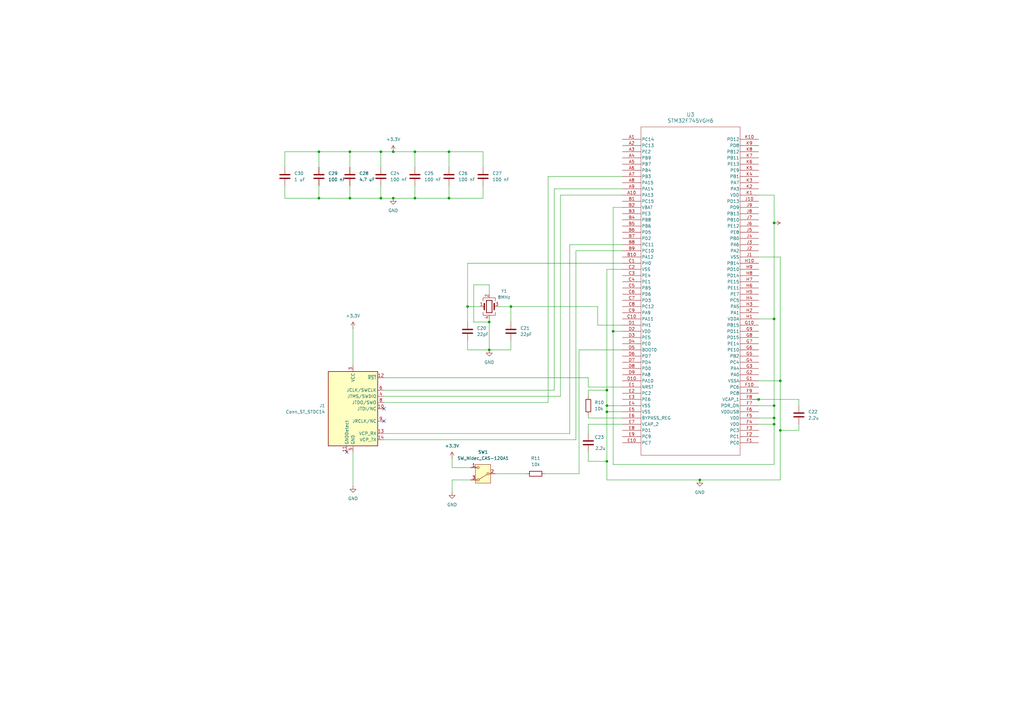
<source format=kicad_sch>
(kicad_sch (version 20250114) (generator "eeschema") (generator_version "9.0")
  (paper "A3")
  (title_block (title "MCU") (date "2025-09-12") (rev "0"))
  (lib_symbols
    (symbol "Connector:Conn_ST_STDC14"
      (property "Reference" "J" (at -8.89 16.51 0))
      (property "Value" "Conn_ST_STDC14" (at 17.78 16.51 0))
      (symbol "Conn_ST_STDC14_0_1"
        (rectangle (start -10.16 15.24) (end 10.16 -15.24) (stroke (width 0.254)) (fill (type background)))
      )
      (symbol "Conn_ST_STDC14_1_1"
        (pin no_connect line (at -10.16 5.08 0) (length 2.54) (hide yes) (name "NC") (number "1"))
        (pin no_connect line (at -10.16 2.54 0) (length 2.54) (hide yes) (name "NC") (number "2"))
        (pin passive line (at -2.54 -17.78 90) (length 2.54) (name "GNDDetect") (number "11"))
        (pin power_in line (at 0 17.78 270) (length 2.54) (name "VCC") (number "3"))
        (pin power_in line (at 0 -17.78 90) (length 2.54) (name "GND") (number "5"))
        (pin passive line (at 0 -17.78 90) (length 2.54) (hide yes) (name "GND") (number "7"))
        (pin open_collector line (at 12.7 12.7 180) (length 2.54) (name "~{RST}") (number "12"))
        (pin output line (at 12.7 7.62 180) (length 2.54) (name "JCLK/SWCLK") (number "6"))
        (pin bidirectional line (at 12.7 5.08 180) (length 2.54) (name "JTMS/SWDIO") (number "4"))
        (pin input line (at 12.7 2.54 180) (length 2.54) (name "JTDO/SWO") (number "8"))
        (pin output line (at 12.7 0 180) (length 2.54) (name "JTDI/NC") (number "10"))
        (pin input line (at 12.7 -5.08 180) (length 2.54) (name "JRCLK/NC") (number "9"))
        (pin output line (at 12.7 -10.16 180) (length 2.54) (name "VCP_RX") (number "13"))
        (pin input line (at 12.7 -12.7 180) (length 2.54) (name "VCP_TX") (number "14"))
      )
    )
    (symbol "Device:C" (pin_numbers (hide yes)) (pin_names (offset 0.254))
      (property "Reference" "C" (at 0.635 2.54 0))
      (property "Value" "C" (at 0.635 -2.54 0))
      (symbol "C_0_1"
        (polyline (pts (xy -2.032 0.762) (xy 2.032 0.762)) (stroke (width 0.508)))
        (polyline (pts (xy -2.032 -0.762) (xy 2.032 -0.762)) (stroke (width 0.508)))
      )
      (symbol "C_1_1"
        (pin passive line (at 0 3.81 270) (length 2.794) (name "~") (number "1"))
        (pin passive line (at 0 -3.81 90) (length 2.794) (name "~") (number "2"))
      )
    )
    (symbol "Device:Crystal_GND24" (pin_names (offset 1.016) (hide yes))
      (property "Reference" "Y" (at 3.175 5.08 0))
      (property "Value" "Crystal_GND24" (at 3.175 3.175 0))
      (symbol "Crystal_GND24_0_1"
        (polyline (pts (xy -2.54 2.286) (xy -2.54 3.556) (xy 2.54 3.556) (xy 2.54 2.286)))
        (polyline (pts (xy -2.54 0) (xy -2.032 0)))
        (polyline (pts (xy -2.54 -2.286) (xy -2.54 -3.556) (xy 2.54 -3.556) (xy 2.54 -2.286)))
        (polyline (pts (xy -2.032 -1.27) (xy -2.032 1.27)) (stroke (width 0.508)))
        (rectangle (start -1.143 2.54) (end 1.143 -2.54) (stroke (width 0.3048)))
        (polyline (pts (xy 0 3.556) (xy 0 3.81)))
        (polyline (pts (xy 0 -3.81) (xy 0 -3.556)))
        (polyline (pts (xy 2.032 0) (xy 2.54 0)))
        (polyline (pts (xy 2.032 -1.27) (xy 2.032 1.27)) (stroke (width 0.508)))
      )
      (symbol "Crystal_GND24_1_1"
        (pin passive line (at -3.81 0 0) (length 1.27) (name "1") (number "1"))
        (pin passive line (at 0 5.08 270) (length 1.27) (name "2") (number "2"))
        (pin passive line (at 0 -5.08 90) (length 1.27) (name "4") (number "4"))
        (pin passive line (at 3.81 0 180) (length 1.27) (name "3") (number "3"))
      )
    )
    (symbol "Device:R" (pin_numbers (hide yes)) (pin_names (offset 0))
      (property "Reference" "R" (at 2.032 0 90))
      (property "Value" "R" (at 0 0 90))
      (symbol "R_0_1"
        (rectangle (start -1.016 -2.54) (end 1.016 2.54) (stroke (width 0.254)))
      )
      (symbol "R_1_1"
        (pin passive line (at 0 3.81 270) (length 1.27) (name "~") (number "1"))
        (pin passive line (at 0 -3.81 90) (length 1.27) (name "~") (number "2"))
      )
    )
    (symbol "STM32F745VGH6:STM32F745VGH6" (pin_names (offset 0.254))
      (property "Reference" "U" (at 27.94 10.16 0))
      (property "Value" "STM32F745VGH6" (at 27.94 7.62 0))
      (symbol "STM32F745VGH6_0_1"
        (polyline (pts (xy 7.62 5.08) (xy 7.62 -129.54)) (stroke (width 0.127)))
        (polyline (pts (xy 7.62 -129.54) (xy 48.26 -129.54)) (stroke (width 0.127)))
        (polyline (pts (xy 48.26 5.08) (xy 7.62 5.08)) (stroke (width 0.127)))
        (polyline (pts (xy 48.26 -129.54) (xy 48.26 5.08)) (stroke (width 0.127)))
        (pin bidirectional line (at 0 0 0) (length 7.62) (name "PC14") (number "A1"))
        (pin bidirectional line (at 0 -2.54 0) (length 7.62) (name "PC13") (number "A2"))
        (pin bidirectional line (at 0 -5.08 0) (length 7.62) (name "PE2") (number "A3"))
        (pin bidirectional line (at 0 -7.62 0) (length 7.62) (name "PB9") (number "A4"))
        (pin bidirectional line (at 0 -10.16 0) (length 7.62) (name "PB7") (number "A5"))
        (pin bidirectional line (at 0 -12.7 0) (length 7.62) (name "PB4") (number "A6"))
        (pin bidirectional line (at 0 -15.24 0) (length 7.62) (name "PB3") (number "A7"))
        (pin bidirectional line (at 0 -17.78 0) (length 7.62) (name "PA15") (number "A8"))
        (pin bidirectional line (at 0 -20.32 0) (length 7.62) (name "PA14") (number "A9"))
        (pin bidirectional line (at 0 -22.86 0) (length 7.62) (name "PA13") (number "A10"))
        (pin bidirectional line (at 0 -25.4 0) (length 7.62) (name "PC15") (number "B1"))
        (pin unspecified line (at 0 -27.94 0) (length 7.62) (name "VBAT") (number "B2"))
        (pin bidirectional line (at 0 -30.48 0) (length 7.62) (name "PE3") (number "B3"))
        (pin bidirectional line (at 0 -33.02 0) (length 7.62) (name "PB8") (number "B4"))
        (pin bidirectional line (at 0 -35.56 0) (length 7.62) (name "PB6") (number "B5"))
        (pin bidirectional line (at 0 -38.1 0) (length 7.62) (name "PD5") (number "B6"))
        (pin bidirectional line (at 0 -40.64 0) (length 7.62) (name "PD2") (number "B7"))
        (pin bidirectional line (at 0 -43.18 0) (length 7.62) (name "PC11") (number "B8"))
        (pin bidirectional line (at 0 -45.72 0) (length 7.62) (name "PC10") (number "B9"))
        (pin bidirectional line (at 0 -48.26 0) (length 7.62) (name "PA12") (number "B10"))
        (pin bidirectional line (at 0 -50.8 0) (length 7.62) (name "PH0") (number "C1"))
        (pin power_out line (at 0 -53.34 0) (length 7.62) (name "VSS") (number "C2"))
        (pin bidirectional line (at 0 -55.88 0) (length 7.62) (name "PE4") (number "C3"))
        (pin bidirectional line (at 0 -58.42 0) (length 7.62) (name "PE1") (number "C4"))
        (pin bidirectional line (at 0 -60.96 0) (length 7.62) (name "PB5") (number "C5"))
        (pin bidirectional line (at 0 -63.5 0) (length 7.62) (name "PD6") (number "C6"))
        (pin bidirectional line (at 0 -66.04 0) (length 7.62) (name "PD3") (number "C7"))
        (pin bidirectional line (at 0 -68.58 0) (length 7.62) (name "PC12") (number "C8"))
        (pin bidirectional line (at 0 -71.12 0) (length 7.62) (name "PA9") (number "C9"))
        (pin bidirectional line (at 0 -73.66 0) (length 7.62) (name "PA11") (number "C10"))
        (pin bidirectional line (at 0 -76.2 0) (length 7.62) (name "PH1") (number "D1"))
        (pin power_in line (at 0 -78.74 0) (length 7.62) (name "VDD") (number "D2"))
        (pin bidirectional line (at 0 -81.28 0) (length 7.62) (name "PE5") (number "D3"))
        (pin bidirectional line (at 0 -83.82 0) (length 7.62) (name "PE0") (number "D4"))
        (pin unspecified line (at 0 -86.36 0) (length 7.62) (name "BOOT0") (number "D5"))
        (pin bidirectional line (at 0 -88.9 0) (length 7.62) (name "PD7") (number "D6"))
        (pin bidirectional line (at 0 -91.44 0) (length 7.62) (name "PD4") (number "D7"))
        (pin bidirectional line (at 0 -93.98 0) (length 7.62) (name "PD0") (number "D8"))
        (pin bidirectional line (at 0 -96.52 0) (length 7.62) (name "PA8") (number "D9"))
        (pin bidirectional line (at 0 -99.06 0) (length 7.62) (name "PA10") (number "D10"))
        (pin unspecified line (at 0 -101.6 0) (length 7.62) (name "NRST") (number "E1"))
        (pin bidirectional line (at 0 -104.14 0) (length 7.62) (name "PC2") (number "E2"))
        (pin bidirectional line (at 0 -106.68 0) (length 7.62) (name "PE6") (number "E3"))
        (pin power_out line (at 0 -109.22 0) (length 7.62) (name "VSS") (number "E4"))
        (pin power_out line (at 0 -111.76 0) (length 7.62) (name "VSS") (number "E5"))
        (pin unspecified line (at 0 -114.3 0) (length 7.62) (name "BYPASS_REG") (number "E6"))
        (pin bidirectional line (at 0 -116.84 0) (length 7.62) (name "VCAP_2") (number "E7"))
        (pin bidirectional line (at 0 -119.38 0) (length 7.62) (name "PD1") (number "E8"))
        (pin bidirectional line (at 0 -121.92 0) (length 7.62) (name "PC9") (number "E9"))
        (pin bidirectional line (at 0 -124.46 0) (length 7.62) (name "PC7") (number "E10"))
        (pin bidirectional line (at 55.88 0 180) (length 7.62) (name "PD12") (number "K10"))
        (pin bidirectional line (at 55.88 -2.54 180) (length 7.62) (name "PD8") (number "K9"))
        (pin bidirectional line (at 55.88 -5.08 180) (length 7.62) (name "PB12") (number "K8"))
        (pin bidirectional line (at 55.88 -7.62 180) (length 7.62) (name "PB11") (number "K7"))
        (pin bidirectional line (at 55.88 -10.16 180) (length 7.62) (name "PE13") (number "K6"))
        (pin bidirectional line (at 55.88 -12.7 180) (length 7.62) (name "PE9") (number "K5"))
        (pin bidirectional line (at 55.88 -15.24 180) (length 7.62) (name "PB1") (number "K4"))
        (pin bidirectional line (at 55.88 -17.78 180) (length 7.62) (name "PA7") (number "K3"))
        (pin bidirectional line (at 55.88 -20.32 180) (length 7.62) (name "PA3") (number "K2"))
        (pin power_in line (at 55.88 -22.86 180) (length 7.62) (name "VDD") (number "K1"))
        (pin bidirectional line (at 55.88 -25.4 180) (length 7.62) (name "PD13") (number "J10"))
        (pin bidirectional line (at 55.88 -27.94 180) (length 7.62) (name "PD9") (number "J9"))
        (pin bidirectional line (at 55.88 -30.48 180) (length 7.62) (name "PB13") (number "J8"))
        (pin bidirectional line (at 55.88 -33.02 180) (length 7.62) (name "PB10") (number "J7"))
        (pin bidirectional line (at 55.88 -35.56 180) (length 7.62) (name "PE12") (number "J6"))
        (pin bidirectional line (at 55.88 -38.1 180) (length 7.62) (name "PE8") (number "J5"))
        (pin bidirectional line (at 55.88 -40.64 180) (length 7.62) (name "PB0") (number "J4"))
        (pin bidirectional line (at 55.88 -43.18 180) (length 7.62) (name "PA6") (number "J3"))
        (pin bidirectional line (at 55.88 -45.72 180) (length 7.62) (name "PA2") (number "J2"))
        (pin power_out line (at 55.88 -48.26 180) (length 7.62) (name "VSS") (number "J1"))
        (pin bidirectional line (at 55.88 -50.8 180) (length 7.62) (name "PB14") (number "H10"))
        (pin bidirectional line (at 55.88 -53.34 180) (length 7.62) (name "PD10") (number "H9"))
        (pin bidirectional line (at 55.88 -55.88 180) (length 7.62) (name "PD14") (number "H8"))
        (pin bidirectional line (at 55.88 -58.42 180) (length 7.62) (name "PE15") (number "H7"))
        (pin bidirectional line (at 55.88 -60.96 180) (length 7.62) (name "PE11") (number "H6"))
        (pin bidirectional line (at 55.88 -63.5 180) (length 7.62) (name "PE7") (number "H5"))
        (pin bidirectional line (at 55.88 -66.04 180) (length 7.62) (name "PC5") (number "H4"))
        (pin bidirectional line (at 55.88 -68.58 180) (length 7.62) (name "PA5") (number "H3"))
        (pin bidirectional line (at 55.88 -71.12 180) (length 7.62) (name "PA1") (number "H2"))
        (pin power_in line (at 55.88 -73.66 180) (length 7.62) (name "VDDA") (number "H1"))
        (pin bidirectional line (at 55.88 -76.2 180) (length 7.62) (name "PB15") (number "G10"))
        (pin bidirectional line (at 55.88 -78.74 180) (length 7.62) (name "PD11") (number "G9"))
        (pin bidirectional line (at 55.88 -81.28 180) (length 7.62) (name "PD15") (number "G8"))
        (pin bidirectional line (at 55.88 -83.82 180) (length 7.62) (name "PE14") (number "G7"))
        (pin bidirectional line (at 55.88 -86.36 180) (length 7.62) (name "PE10") (number "G6"))
        (pin bidirectional line (at 55.88 -88.9 180) (length 7.62) (name "PB2") (number "G5"))
        (pin bidirectional line (at 55.88 -91.44 180) (length 7.62) (name "PC4") (number "G4"))
        (pin bidirectional line (at 55.88 -93.98 180) (length 7.62) (name "PA4") (number "G3"))
        (pin bidirectional line (at 55.88 -96.52 180) (length 7.62) (name "PA0") (number "G2"))
        (pin power_out line (at 55.88 -99.06 180) (length 7.62) (name "VSSA") (number "G1"))
        (pin bidirectional line (at 55.88 -101.6 180) (length 7.62) (name "PC6") (number "F10"))
        (pin bidirectional line (at 55.88 -104.14 180) (length 7.62) (name "PC8") (number "F9"))
        (pin bidirectional line (at 55.88 -106.68 180) (length 7.62) (name "VCAP_1") (number "F8"))
        (pin unspecified line (at 55.88 -109.22 180) (length 7.62) (name "PDR_ON") (number "F7"))
        (pin power_in line (at 55.88 -111.76 180) (length 7.62) (name "VDDUSB") (number "F6"))
        (pin power_in line (at 55.88 -114.3 180) (length 7.62) (name "VDD") (number "F5"))
        (pin power_in line (at 55.88 -116.84 180) (length 7.62) (name "VDD") (number "F4"))
        (pin bidirectional line (at 55.88 -119.38 180) (length 7.62) (name "PC3") (number "F3"))
        (pin bidirectional line (at 55.88 -121.92 180) (length 7.62) (name "PC1") (number "F2"))
        (pin bidirectional line (at 55.88 -124.46 180) (length 7.62) (name "PC0") (number "F1"))
      )
    )
    (symbol "Switch:SW_Nidec_CAS-120A1" (pin_names (offset 1) (hide yes))
      (property "Reference" "SW" (at 0 4.318 0))
      (property "Value" "SW_Nidec_CAS-120A1" (at 0 -5.08 0))
      (symbol "SW_Nidec_CAS-120A1_0_1"
        (circle (center -2.032 0) (radius 0.4572))
        (polyline (pts (xy -1.651 0.254) (xy 1.651 2.286)))
        (circle (center 2.032 2.54) (radius 0.4572))
        (circle (center 2.032 -2.54) (radius 0.4572))
      )
      (symbol "SW_Nidec_CAS-120A1_1_1"
        (rectangle (start -3.175 3.81) (end 3.175 -3.81) (fill (type background)))
        (pin passive line (at -5.08 0 0) (length 2.54) (name "B") (number "2"))
        (pin passive line (at 5.08 2.54 180) (length 2.54) (name "A") (number "3"))
        (pin passive line (at 5.08 -2.54 180) (length 2.54) (name "C") (number "1"))
      )
    )
    (symbol "power:+3.3V" (power) (pin_numbers (hide yes)) (pin_names (offset 0) (hide yes))
      (property "Value" "+3.3V" (at 0 3.556 0))
      (symbol "+3.3V_0_1"
        (polyline (pts (xy -0.762 1.27) (xy 0 2.54)))
        (polyline (pts (xy 0 2.54) (xy 0.762 1.27)))
        (polyline (pts (xy 0 0) (xy 0 2.54)))
      )
      (symbol "+3.3V_1_1"
        (pin power_in line (at 0 0 90) (length 0) (name "~") (number "1"))
      )
    )
    (symbol "power:GND" (power) (pin_numbers (hide yes)) (pin_names (offset 0) (hide yes))
      (property "Value" "GND" (at 0 -3.81 0))
      (symbol "GND_0_1"
        (polyline (pts (xy 0 0) (xy 0 -1.27) (xy 1.27 -1.27) (xy 0 -2.54) (xy -1.27 -1.27) (xy 0 -1.27)))
      )
      (symbol "GND_1_1"
        (pin power_in line (at 0 0 270) (length 0) (name "~") (number "1"))
      )
    )
    (symbol "power:VDD" (power) (pin_numbers (hide yes)) (pin_names (offset 0) (hide yes))
      (property "Value" "VDD" (at 0 3.556 0))
      (symbol "VDD_0_1"
        (polyline (pts (xy -0.762 1.27) (xy 0 2.54)))
        (polyline (pts (xy 0 2.54) (xy 0.762 1.27)))
        (polyline (pts (xy 0 0) (xy 0 2.54)))
      )
      (symbol "VDD_1_1"
        (pin power_in line (at 0 0 90) (length 0) (name "~") (number "1"))
      )
    )
  )
  (junction (at 320.04 156.21))
  (junction (at 161.29 81.28))
  (junction (at 200.66 143.51))
  (junction (at 130.81 81.28))
  (junction (at 184.15 62.23))
  (junction (at 130.81 62.23))
  (junction (at 311.15 163.83))
  (junction (at 156.21 81.28))
  (junction (at 317.5 130.81))
  (junction (at 170.18 81.28))
  (junction (at 248.92 160.02))
  (junction (at 184.15 81.28))
  (junction (at 161.29 62.23))
  (junction (at 320.04 176.53))
  (junction (at 248.92 189.23))
  (junction (at 200.66 132.08))
  (junction (at 317.5 171.45))
  (junction (at 248.92 166.37))
  (junction (at 317.5 166.37))
  (junction (at 287.02 196.85))
  (junction (at 170.18 62.23))
  (junction (at 143.51 81.28))
  (junction (at 156.21 62.23))
  (junction (at 251.46 135.89))
  (junction (at 317.5 173.99))
  (junction (at 143.51 62.23))
  (junction (at 248.92 168.91))
  (junction (at 317.5 91.44))
  (junction (at 209.55 125.73))
  (junction (at 191.77 125.73))
  (no_connect (at 157.48 172.72))
  (no_connect (at 157.48 167.64))
  (no_connect (at 142.24 185.42))
  (wire (pts (xy 198.12 62.23) (xy 198.12 68.58)))
  (wire (pts (xy 193.04 191.77) (xy 185.42 191.77)))
  (wire (pts (xy 143.51 81.28) (xy 130.81 81.28)))
  (wire (pts (xy 191.77 107.95) (xy 255.27 107.95)))
  (wire (pts (xy 209.55 125.73) (xy 245.11 125.73)))
  (wire (pts (xy 170.18 62.23) (xy 184.15 62.23)))
  (wire (pts (xy 200.66 143.51) (xy 209.55 143.51)))
  (wire (pts (xy 237.49 143.51) (xy 255.27 143.51)))
  (wire (pts (xy 191.77 139.7) (xy 191.77 143.51)))
  (wire (pts (xy 237.49 194.31) (xy 237.49 143.51)))
  (wire (pts (xy 194.31 116.84) (xy 194.31 132.08)))
  (wire (pts (xy 227.33 160.02) (xy 227.33 77.47)))
  (wire (pts (xy 156.21 81.28) (xy 143.51 81.28)))
  (wire (pts (xy 320.04 156.21) (xy 320.04 176.53)))
  (wire (pts (xy 143.51 62.23) (xy 156.21 62.23)))
  (wire (pts (xy 248.92 110.49) (xy 248.92 160.02)))
  (wire (pts (xy 157.48 154.94) (xy 241.3 154.94)))
  (wire (pts (xy 236.22 102.87) (xy 255.27 102.87)))
  (wire (pts (xy 130.81 81.28) (xy 116.84 81.28)))
  (wire (pts (xy 248.92 196.85) (xy 248.92 189.23)))
  (wire (pts (xy 241.3 158.75) (xy 255.27 158.75)))
  (wire (pts (xy 200.66 120.65) (xy 200.66 116.84)))
  (wire (pts (xy 311.15 80.01) (xy 317.5 80.01)))
  (wire (pts (xy 248.92 166.37) (xy 255.27 166.37)))
  (wire (pts (xy 209.55 139.7) (xy 209.55 143.51)))
  (wire (pts (xy 327.66 173.99) (xy 327.66 176.53)))
  (wire (pts (xy 130.81 62.23) (xy 143.51 62.23)))
  (wire (pts (xy 255.27 173.99) (xy 241.3 173.99)))
  (wire (pts (xy 170.18 81.28) (xy 161.29 81.28)))
  (wire (pts (xy 233.68 177.8) (xy 233.68 100.33)))
  (wire (pts (xy 184.15 76.2) (xy 184.15 81.28)))
  (wire (pts (xy 143.51 76.2) (xy 143.51 81.28)))
  (wire (pts (xy 320.04 105.41) (xy 320.04 156.21)))
  (wire (pts (xy 184.15 62.23) (xy 184.15 68.58)))
  (wire (pts (xy 200.66 116.84) (xy 194.31 116.84)))
  (wire (pts (xy 317.5 173.99) (xy 317.5 171.45)))
  (wire (pts (xy 241.3 189.23) (xy 248.92 189.23)))
  (wire (pts (xy 311.15 173.99) (xy 317.5 173.99)))
  (wire (pts (xy 229.87 162.56) (xy 229.87 80.01)))
  (wire (pts (xy 157.48 162.56) (xy 229.87 162.56)))
  (wire (pts (xy 311.15 163.83) (xy 327.66 163.83)))
  (wire (pts (xy 144.78 185.42) (xy 144.78 199.39)))
  (wire (pts (xy 130.81 62.23) (xy 130.81 68.58)))
  (wire (pts (xy 320.04 176.53) (xy 327.66 176.53)))
  (wire (pts (xy 241.3 162.56) (xy 241.3 160.02)))
  (wire (pts (xy 317.5 91.44) (xy 317.5 80.01)))
  (wire (pts (xy 130.81 76.2) (xy 130.81 81.28)))
  (wire (pts (xy 198.12 81.28) (xy 184.15 81.28)))
  (wire (pts (xy 185.42 196.85) (xy 185.42 201.93)))
  (wire (pts (xy 241.3 185.42) (xy 241.3 189.23)))
  (wire (pts (xy 245.11 133.35) (xy 255.27 133.35)))
  (wire (pts (xy 241.3 154.94) (xy 241.3 158.75)))
  (wire (pts (xy 245.11 125.73) (xy 245.11 133.35)))
  (wire (pts (xy 320.04 176.53) (xy 320.04 196.85)))
  (wire (pts (xy 203.2 194.31) (xy 215.9 194.31)))
  (wire (pts (xy 251.46 85.09) (xy 255.27 85.09)))
  (wire (pts (xy 224.79 72.39) (xy 255.27 72.39)))
  (wire (pts (xy 317.5 190.5) (xy 317.5 173.99)))
  (wire (pts (xy 144.78 134.62) (xy 144.78 149.86)))
  (wire (pts (xy 157.48 180.34) (xy 236.22 180.34)))
  (wire (pts (xy 327.66 163.83) (xy 327.66 166.37)))
  (wire (pts (xy 200.66 132.08) (xy 200.66 143.51)))
  (wire (pts (xy 248.92 168.91) (xy 248.92 189.23)))
  (wire (pts (xy 161.29 62.23) (xy 170.18 62.23)))
  (wire (pts (xy 156.21 76.2) (xy 156.21 81.28)))
  (wire (pts (xy 287.02 196.85) (xy 248.92 196.85)))
  (wire (pts (xy 204.47 125.73) (xy 209.55 125.73)))
  (wire (pts (xy 311.15 156.21) (xy 320.04 156.21)))
  (wire (pts (xy 241.3 171.45) (xy 255.27 171.45)))
  (wire (pts (xy 156.21 62.23) (xy 156.21 68.58)))
  (wire (pts (xy 251.46 190.5) (xy 317.5 190.5)))
  (wire (pts (xy 116.84 68.58) (xy 116.84 62.23)))
  (wire (pts (xy 311.15 105.41) (xy 320.04 105.41)))
  (wire (pts (xy 311.15 166.37) (xy 317.5 166.37)))
  (wire (pts (xy 233.68 100.33) (xy 255.27 100.33)))
  (wire (pts (xy 191.77 125.73) (xy 191.77 132.08)))
  (wire (pts (xy 116.84 81.28) (xy 116.84 76.2)))
  (wire (pts (xy 184.15 81.28) (xy 170.18 81.28)))
  (wire (pts (xy 194.31 132.08) (xy 200.66 132.08)))
  (wire (pts (xy 227.33 77.47) (xy 255.27 77.47)))
  (wire (pts (xy 161.29 81.28) (xy 156.21 81.28)))
  (wire (pts (xy 251.46 135.89) (xy 251.46 190.5)))
  (wire (pts (xy 157.48 177.8) (xy 233.68 177.8)))
  (wire (pts (xy 229.87 80.01) (xy 255.27 80.01)))
  (wire (pts (xy 209.55 125.73) (xy 209.55 132.08)))
  (wire (pts (xy 191.77 143.51) (xy 200.66 143.51)))
  (wire (pts (xy 248.92 166.37) (xy 248.92 168.91)))
  (wire (pts (xy 241.3 171.45) (xy 241.3 170.18)))
  (wire (pts (xy 255.27 110.49) (xy 248.92 110.49)))
  (wire (pts (xy 241.3 160.02) (xy 248.92 160.02)))
  (wire (pts (xy 224.79 165.1) (xy 224.79 72.39)))
  (wire (pts (xy 311.15 130.81) (xy 317.5 130.81)))
  (wire (pts (xy 251.46 135.89) (xy 255.27 135.89)))
  (wire (pts (xy 156.21 62.23) (xy 161.29 62.23)))
  (wire (pts (xy 143.51 62.23) (xy 143.51 68.58)))
  (wire (pts (xy 223.52 194.31) (xy 237.49 194.31)))
  (wire (pts (xy 317.5 91.44) (xy 317.5 130.81)))
  (wire (pts (xy 251.46 85.09) (xy 251.46 135.89)))
  (wire (pts (xy 317.5 166.37) (xy 317.5 171.45)))
  (wire (pts (xy 311.15 171.45) (xy 317.5 171.45)))
  (wire (pts (xy 170.18 62.23) (xy 170.18 68.58)))
  (wire (pts (xy 200.66 130.81) (xy 200.66 132.08)))
  (wire (pts (xy 308.61 163.83) (xy 311.15 163.83)))
  (wire (pts (xy 236.22 180.34) (xy 236.22 102.87)))
  (wire (pts (xy 317.5 130.81) (xy 317.5 166.37)))
  (wire (pts (xy 184.15 62.23) (xy 198.12 62.23)))
  (wire (pts (xy 255.27 168.91) (xy 248.92 168.91)))
  (wire (pts (xy 320.04 196.85) (xy 287.02 196.85)))
  (wire (pts (xy 241.3 173.99) (xy 241.3 177.8)))
  (wire (pts (xy 170.18 76.2) (xy 170.18 81.28)))
  (wire (pts (xy 193.04 196.85) (xy 185.42 196.85)))
  (wire (pts (xy 248.92 160.02) (xy 248.92 166.37)))
  (wire (pts (xy 185.42 191.77) (xy 185.42 187.96)))
  (wire (pts (xy 196.85 125.73) (xy 191.77 125.73)))
  (wire (pts (xy 157.48 160.02) (xy 227.33 160.02)))
  (wire (pts (xy 198.12 76.2) (xy 198.12 81.28)))
  (wire (pts (xy 116.84 62.23) (xy 130.81 62.23)))
  (wire (pts (xy 191.77 125.73) (xy 191.77 107.95)))
  (wire (pts (xy 157.48 165.1) (xy 224.79 165.1)))
  (symbol (lib_id "Device:Crystal_GND24") (at 200.66 125.73 0) (unit 1)
    (property "Reference" "Y1" (at 206.756 119.38 0))
    (property "Value" "8MHz" (at 206.756 121.92 0))
    (property "Description" "Four pin crystal, GND on pins 2 and 4" (effects (hide yes)))
  )
  (symbol (lib_id "Device:C") (at 143.51 72.39 0) (unit 1)
    (property "Reference" "C28" (at 147.32 71.1199 0) (effects (justify left)))
    (property "Value" "4.7 uF" (at 147.32 73.6599 0) (effects (justify left)))
    (property "Description" "Unpolarized capacitor" (effects (hide yes)))
  )
  (symbol (lib_id "power:VDD") (at 317.5 91.44 270) (unit 1)
    (property "Reference" "#PWR011" (effects (hide yes)))
    (property "Value" "VDD" (effects (hide yes)))
    (property "Description" "Power symbol creates a global label with name \"VDD\"" (effects (hide yes)))
  )
  (symbol (lib_id "Device:C") (at 116.84 72.39 0) (unit 1)
    (property "Reference" "C30" (at 120.65 71.1199 0) (effects (justify left)))
    (property "Value" "1 uF" (at 120.65 73.6599 0) (effects (justify left)))
    (property "Description" "Unpolarized capacitor" (effects (hide yes)))
  )
  (symbol (lib_id "power:+3.3V") (at 144.78 134.62 0) (unit 1)
    (property "Reference" "#PWR08" (effects (hide yes)))
    (property "Value" "+3.3V" (at 144.78 129.54 0))
    (property "Description" "Power symbol creates a global label with name \"+3.3V\"" (effects (hide yes)))
  )
  (symbol (lib_id "power:GND") (at 144.78 199.39 0) (unit 1)
    (property "Reference" "#PWR09" (effects (hide yes)))
    (property "Value" "GND" (at 144.78 204.47 0))
    (property "Description" "Power symbol creates a global label with name \"GND\" , ground" (effects (hide yes)))
  )
  (symbol (lib_id "Device:C") (at 130.81 72.39 0) (unit 1)
    (property "Reference" "C29" (at 134.62 71.1199 0) (effects (justify left)))
    (property "Value" "100 nF" (at 134.62 73.6599 0) (effects (justify left)))
    (property "Description" "Unpolarized capacitor" (effects (hide yes)))
  )
  (symbol (lib_id "power:+3.3V") (at 161.29 62.23 0) (unit 1)
    (property "Reference" "#PWR014" (effects (hide yes)))
    (property "Value" "+3.3V" (at 161.29 57.15 0))
    (property "Description" "Power symbol creates a global label with name \"+3.3V\"" (effects (hide yes)))
  )
  (symbol (lib_id "Device:C") (at 241.3 181.61 0) (unit 1)
    (property "Reference" "C23" (at 243.84 179.324 0) (effects (justify left)))
    (property "Value" "2.2u" (at 244.094 183.896 0) (effects (justify left)))
    (property "Description" "Unpolarized capacitor" (effects (hide yes)))
  )
  (symbol (lib_id "STM32F745VGH6:STM32F745VGH6") (at 255.27 57.15 0) (unit 1)
    (property "Reference" "U3" (at 283.21 46.99 0) (effects (font (size 1.524 1.524))))
    (property "Value" "STM32F745VGH6" (at 283.21 49.53 0) (effects (font (size 1.524 1.524))))
    (property "Footprint" "UFBGA100-7x7mm" (effects (hide yes)))
    (property "Datasheet" "https://www.st.com/resource/en/datasheet/stm32f745ie.pdf" (effects (hide yes)))
  )
  (symbol (lib_id "power:GND") (at 287.02 196.85 0) (unit 1)
    (property "Reference" "#PWR012" (effects (hide yes)))
    (property "Value" "GND" (at 287.02 201.93 0))
    (property "Description" "Power symbol creates a global label with name \"GND\" , ground" (effects (hide yes)))
  )
  (symbol (lib_id "Device:R") (at 219.71 194.31 90) (unit 1)
    (property "Reference" "R11" (at 219.71 187.96 90))
    (property "Value" "10k" (at 219.71 190.5 90))
    (property "Description" "Resistor" (effects (hide yes)))
  )
  (symbol (lib_id "Device:C") (at 209.55 135.89 0) (unit 1)
    (property "Reference" "C21" (at 213.36 134.6199 0) (effects (justify left)))
    (property "Value" "22pF" (at 213.36 137.1599 0) (effects (justify left)))
    (property "Description" "Unpolarized capacitor" (effects (hide yes)))
  )
  (symbol (lib_id "Connector:Conn_ST_STDC14") (at 144.78 167.64 0) (unit 1)
    (property "Reference" "J1" (at 133.35 166.3699 0) (effects (justify right)))
    (property "Value" "Conn_ST_STDC14" (at 133.35 168.9099 0) (effects (justify right)))
    (property "Datasheet" "https://www.st.com/content/ccc/resource/technical/document/user_manual/group1/99/49/91/b6/b2/3a/46/e5/DM00526767/files/DM00526767.pdf/jcr:content/translations/en.DM00526767.pdf" (effects (hide yes)))
    (property "Description" "ST Debug Connector, standard ARM Cortex-M SWD and JTAG interface plus UART" (effects (hide yes)))
  )
  (symbol (lib_id "Device:R") (at 241.3 166.37 0) (unit 1)
    (property "Reference" "R10" (at 243.84 165.0999 0) (effects (justify left)))
    (property "Value" "10k" (at 243.84 167.6399 0) (effects (justify left)))
    (property "Description" "Resistor" (effects (hide yes)))
  )
  (symbol (lib_id "power:GND") (at 200.66 143.51 0) (unit 1)
    (property "Reference" "#PWR010" (effects (hide yes)))
    (property "Value" "GND" (at 200.66 148.59 0))
    (property "Description" "Power symbol creates a global label with name \"GND\" , ground" (effects (hide yes)))
  )
  (symbol (lib_id "power:GND") (at 185.42 201.93 0) (unit 1)
    (property "Reference" "#PWR015" (effects (hide yes)))
    (property "Value" "GND" (at 185.42 207.01 0))
    (property "Description" "Power symbol creates a global label with name \"GND\" , ground" (effects (hide yes)))
  )
  (symbol (lib_id "power:GND") (at 161.29 81.28 0) (unit 1)
    (property "Reference" "#PWR013" (effects (hide yes)))
    (property "Value" "GND" (at 161.29 86.36 0))
    (property "Description" "Power symbol creates a global label with name \"GND\" , ground" (effects (hide yes)))
  )
  (symbol (lib_id "Device:C") (at 327.66 170.18 180) (unit 1)
    (property "Reference" "C22" (at 331.47 168.9099 0) (effects (justify right)))
    (property "Value" "2.2u" (at 331.47 171.4499 0) (effects (justify right)))
    (property "Description" "Unpolarized capacitor" (effects (hide yes)))
  )
  (symbol (lib_id "Device:C") (at 184.15 72.39 0) (unit 1)
    (property "Reference" "C26" (at 187.96 71.1199 0) (effects (justify left)))
    (property "Value" "100 nF" (at 187.96 73.6599 0) (effects (justify left)))
    (property "Description" "Unpolarized capacitor" (effects (hide yes)))
  )
  (symbol (lib_id "Device:C") (at 170.18 72.39 0) (unit 1)
    (property "Reference" "C25" (at 173.99 71.1199 0) (effects (justify left)))
    (property "Value" "100 nF" (at 173.99 73.6599 0) (effects (justify left)))
    (property "Description" "Unpolarized capacitor" (effects (hide yes)))
  )
  (symbol (lib_id "Device:C") (at 191.77 135.89 0) (unit 1)
    (property "Reference" "C20" (at 195.58 134.6199 0) (effects (justify left)))
    (property "Value" "22pF" (at 195.58 137.1599 0) (effects (justify left)))
    (property "Description" "Unpolarized capacitor" (effects (hide yes)))
  )
  (symbol (lib_id "power:+3.3V") (at 185.42 187.96 0) (unit 1)
    (property "Reference" "#PWR016" (effects (hide yes)))
    (property "Value" "+3.3V" (at 185.42 182.88 0))
    (property "Description" "Power symbol creates a global label with name \"+3.3V\"" (effects (hide yes)))
  )
  (symbol (lib_id "Device:C") (at 198.12 72.39 0) (unit 1)
    (property "Reference" "C27" (at 201.93 71.1199 0) (effects (justify left)))
    (property "Value" "100 nF" (at 201.93 73.6599 0) (effects (justify left)))
    (property "Description" "Unpolarized capacitor" (effects (hide yes)))
  )
  (symbol (lib_id "Device:C") (at 156.21 72.39 0) (unit 1)
    (property "Reference" "C24" (at 160.02 71.1199 0) (effects (justify left)))
    (property "Value" "100 nF" (at 160.02 73.6599 0) (effects (justify left)))
    (property "Description" "Unpolarized capacitor" (effects (hide yes)))
  )
  (symbol (lib_id "Switch:SW_Nidec_CAS-120A1") (at 198.12 194.31 180) (unit 1)
    (property "Reference" "SW1" (at 198.12 185.42 0))
    (property "Value" "SW_Nidec_CAS-120A1" (at 198.12 187.96 0))
    (property "Footprint" "Button_Switch_SMD:Nidec_Copal_CAS-120A" (effects (hide yes)))
    (property "Datasheet" "https://www.nidec-components.com/e/catalog/switch/cas.pdf" (effects (hide yes)))
    (property "Description" "Switch, single pole double throw" (effects (hide yes)))
  )
)
</source>
